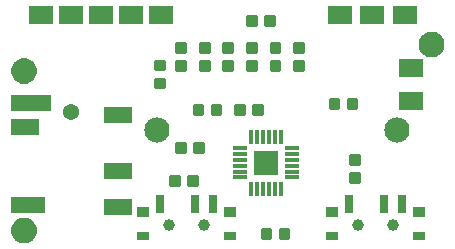
<source format=gts>
G75*
%MOIN*%
%OFA0B0*%
%FSLAX24Y24*%
%IPPOS*%
%LPD*%
%AMOC8*
5,1,8,0,0,1.08239X$1,22.5*
%
%ADD10C,0.0098*%
%ADD11R,0.0158X0.0512*%
%ADD12R,0.0512X0.0158*%
%ADD13R,0.0512X0.0160*%
%ADD14R,0.0840X0.0840*%
%ADD15R,0.0827X0.0631*%
%ADD16R,0.0316X0.0631*%
%ADD17R,0.0434X0.0276*%
%ADD18R,0.0434X0.0355*%
%ADD19C,0.0394*%
%ADD20C,0.0840*%
%ADD21R,0.1340X0.0540*%
%ADD22R,0.0940X0.0540*%
%ADD23R,0.1140X0.0540*%
%ADD24C,0.0540*%
%ADD25C,0.0050*%
D10*
X005733Y002686D02*
X006025Y002686D01*
X005733Y002686D02*
X005733Y002978D01*
X006025Y002978D01*
X006025Y002686D01*
X006025Y002783D02*
X005733Y002783D01*
X005733Y002880D02*
X006025Y002880D01*
X006025Y002977D02*
X005733Y002977D01*
X006333Y002686D02*
X006625Y002686D01*
X006333Y002686D02*
X006333Y002978D01*
X006625Y002978D01*
X006625Y002686D01*
X006625Y002783D02*
X006333Y002783D01*
X006333Y002880D02*
X006625Y002880D01*
X006625Y002977D02*
X006333Y002977D01*
X006222Y003769D02*
X005930Y003769D01*
X005930Y004061D01*
X006222Y004061D01*
X006222Y003769D01*
X006222Y003866D02*
X005930Y003866D01*
X005930Y003963D02*
X006222Y003963D01*
X006222Y004060D02*
X005930Y004060D01*
X006530Y003769D02*
X006822Y003769D01*
X006530Y003769D02*
X006530Y004061D01*
X006822Y004061D01*
X006822Y003769D01*
X006822Y003866D02*
X006530Y003866D01*
X006530Y003963D02*
X006822Y003963D01*
X006822Y004060D02*
X006530Y004060D01*
X006520Y005341D02*
X006812Y005341D01*
X006812Y005049D01*
X006520Y005049D01*
X006520Y005341D01*
X006520Y005146D02*
X006812Y005146D01*
X006812Y005243D02*
X006520Y005243D01*
X006520Y005340D02*
X006812Y005340D01*
X007120Y005341D02*
X007412Y005341D01*
X007412Y005049D01*
X007120Y005049D01*
X007120Y005341D01*
X007120Y005146D02*
X007412Y005146D01*
X007412Y005243D02*
X007120Y005243D01*
X007120Y005340D02*
X007412Y005340D01*
X007898Y005341D02*
X008190Y005341D01*
X008190Y005049D01*
X007898Y005049D01*
X007898Y005341D01*
X007898Y005146D02*
X008190Y005146D01*
X008190Y005243D02*
X007898Y005243D01*
X007898Y005340D02*
X008190Y005340D01*
X008498Y005341D02*
X008790Y005341D01*
X008790Y005049D01*
X008498Y005049D01*
X008498Y005341D01*
X008498Y005146D02*
X008790Y005146D01*
X008790Y005243D02*
X008498Y005243D01*
X008498Y005340D02*
X008790Y005340D01*
X008589Y006520D02*
X008589Y006812D01*
X008589Y006520D02*
X008297Y006520D01*
X008297Y006812D01*
X008589Y006812D01*
X008589Y006617D02*
X008297Y006617D01*
X008297Y006714D02*
X008589Y006714D01*
X008589Y006811D02*
X008297Y006811D01*
X008589Y007120D02*
X008589Y007412D01*
X008589Y007120D02*
X008297Y007120D01*
X008297Y007412D01*
X008589Y007412D01*
X008589Y007217D02*
X008297Y007217D01*
X008297Y007314D02*
X008589Y007314D01*
X008589Y007411D02*
X008297Y007411D01*
X007509Y007412D02*
X007509Y007120D01*
X007509Y007412D02*
X007801Y007412D01*
X007801Y007120D01*
X007509Y007120D01*
X007509Y007217D02*
X007801Y007217D01*
X007801Y007314D02*
X007509Y007314D01*
X007509Y007411D02*
X007801Y007411D01*
X007509Y006812D02*
X007509Y006520D01*
X007509Y006812D02*
X007801Y006812D01*
X007801Y006520D01*
X007509Y006520D01*
X007509Y006617D02*
X007801Y006617D01*
X007801Y006714D02*
X007509Y006714D01*
X007509Y006811D02*
X007801Y006811D01*
X006722Y006812D02*
X006722Y006520D01*
X006722Y006812D02*
X007014Y006812D01*
X007014Y006520D01*
X006722Y006520D01*
X006722Y006617D02*
X007014Y006617D01*
X007014Y006714D02*
X006722Y006714D01*
X006722Y006811D02*
X007014Y006811D01*
X006722Y007120D02*
X006722Y007412D01*
X007014Y007412D01*
X007014Y007120D01*
X006722Y007120D01*
X006722Y007217D02*
X007014Y007217D01*
X007014Y007314D02*
X006722Y007314D01*
X006722Y007411D02*
X007014Y007411D01*
X005935Y007412D02*
X005935Y007120D01*
X005935Y007412D02*
X006227Y007412D01*
X006227Y007120D01*
X005935Y007120D01*
X005935Y007217D02*
X006227Y007217D01*
X006227Y007314D02*
X005935Y007314D01*
X005935Y007411D02*
X006227Y007411D01*
X005935Y006812D02*
X005935Y006520D01*
X005935Y006812D02*
X006227Y006812D01*
X006227Y006520D01*
X005935Y006520D01*
X005935Y006617D02*
X006227Y006617D01*
X006227Y006714D02*
X005935Y006714D01*
X005935Y006811D02*
X006227Y006811D01*
X005538Y006822D02*
X005538Y006530D01*
X005246Y006530D01*
X005246Y006822D01*
X005538Y006822D01*
X005538Y006627D02*
X005246Y006627D01*
X005246Y006724D02*
X005538Y006724D01*
X005538Y006821D02*
X005246Y006821D01*
X005538Y006222D02*
X005538Y005930D01*
X005246Y005930D01*
X005246Y006222D01*
X005538Y006222D01*
X005538Y006027D02*
X005246Y006027D01*
X005246Y006124D02*
X005538Y006124D01*
X005538Y006221D02*
X005246Y006221D01*
X008292Y008293D02*
X008584Y008293D01*
X008584Y008001D01*
X008292Y008001D01*
X008292Y008293D01*
X008292Y008098D02*
X008584Y008098D01*
X008584Y008195D02*
X008292Y008195D01*
X008292Y008292D02*
X008584Y008292D01*
X008892Y008293D02*
X009184Y008293D01*
X009184Y008001D01*
X008892Y008001D01*
X008892Y008293D01*
X008892Y008098D02*
X009184Y008098D01*
X009184Y008195D02*
X008892Y008195D01*
X008892Y008292D02*
X009184Y008292D01*
X009376Y007412D02*
X009376Y007120D01*
X009084Y007120D01*
X009084Y007412D01*
X009376Y007412D01*
X009376Y007217D02*
X009084Y007217D01*
X009084Y007314D02*
X009376Y007314D01*
X009376Y007411D02*
X009084Y007411D01*
X010164Y007412D02*
X010164Y007120D01*
X009872Y007120D01*
X009872Y007412D01*
X010164Y007412D01*
X010164Y007217D02*
X009872Y007217D01*
X009872Y007314D02*
X010164Y007314D01*
X010164Y007411D02*
X009872Y007411D01*
X010164Y006812D02*
X010164Y006520D01*
X009872Y006520D01*
X009872Y006812D01*
X010164Y006812D01*
X010164Y006617D02*
X009872Y006617D01*
X009872Y006714D02*
X010164Y006714D01*
X010164Y006811D02*
X009872Y006811D01*
X009376Y006812D02*
X009376Y006520D01*
X009084Y006520D01*
X009084Y006812D01*
X009376Y006812D01*
X009376Y006617D02*
X009084Y006617D01*
X009084Y006714D02*
X009376Y006714D01*
X009376Y006811D02*
X009084Y006811D01*
X011048Y005538D02*
X011340Y005538D01*
X011340Y005246D01*
X011048Y005246D01*
X011048Y005538D01*
X011048Y005343D02*
X011340Y005343D01*
X011340Y005440D02*
X011048Y005440D01*
X011048Y005537D02*
X011340Y005537D01*
X011648Y005538D02*
X011940Y005538D01*
X011940Y005246D01*
X011648Y005246D01*
X011648Y005538D01*
X011648Y005343D02*
X011940Y005343D01*
X011940Y005440D02*
X011648Y005440D01*
X011648Y005537D02*
X011940Y005537D01*
X011742Y003672D02*
X011742Y003380D01*
X011742Y003672D02*
X012034Y003672D01*
X012034Y003380D01*
X011742Y003380D01*
X011742Y003477D02*
X012034Y003477D01*
X012034Y003574D02*
X011742Y003574D01*
X011742Y003671D02*
X012034Y003671D01*
X011742Y003072D02*
X011742Y002780D01*
X011742Y003072D02*
X012034Y003072D01*
X012034Y002780D01*
X011742Y002780D01*
X011742Y002877D02*
X012034Y002877D01*
X012034Y002974D02*
X011742Y002974D01*
X011742Y003071D02*
X012034Y003071D01*
X009676Y001207D02*
X009384Y001207D01*
X009676Y001207D02*
X009676Y000915D01*
X009384Y000915D01*
X009384Y001207D01*
X009384Y001012D02*
X009676Y001012D01*
X009676Y001109D02*
X009384Y001109D01*
X009384Y001206D02*
X009676Y001206D01*
X009076Y001207D02*
X008784Y001207D01*
X009076Y001207D02*
X009076Y000915D01*
X008784Y000915D01*
X008784Y001207D01*
X008784Y001012D02*
X009076Y001012D01*
X009076Y001109D02*
X008784Y001109D01*
X008784Y001206D02*
X009076Y001206D01*
D11*
X009035Y002557D03*
X009235Y002557D03*
X009425Y002557D03*
X008835Y002557D03*
X008635Y002557D03*
X008445Y002557D03*
X008445Y004289D03*
X008635Y004289D03*
X008835Y004289D03*
X009035Y004289D03*
X009235Y004289D03*
X009425Y004289D03*
D12*
X009801Y003913D03*
X009801Y003723D03*
X009801Y003523D03*
X009801Y003323D03*
X009801Y003123D03*
X009801Y002933D03*
X008069Y003323D03*
X008069Y003523D03*
X008069Y003723D03*
X008069Y003913D03*
D13*
X008069Y003123D03*
X008069Y002933D03*
D14*
X008935Y003423D03*
D15*
X013758Y005490D03*
X013758Y006573D03*
X013561Y008344D03*
X012478Y008344D03*
X011395Y008344D03*
X005425Y008350D03*
X004425Y008350D03*
X003425Y008350D03*
X002425Y008350D03*
X001425Y008350D03*
D16*
X005392Y002045D03*
X006573Y002045D03*
X007163Y002045D03*
X011691Y002045D03*
X012872Y002045D03*
X013462Y002045D03*
D17*
X014014Y000962D03*
X011140Y000962D03*
X007714Y000962D03*
X004840Y000962D03*
D18*
X004840Y001789D03*
X007714Y001789D03*
X011140Y001789D03*
X014014Y001789D03*
D19*
X013167Y001356D03*
X011986Y001356D03*
X006868Y001356D03*
X005687Y001356D03*
D20*
X005293Y004506D03*
X013293Y004506D03*
D21*
X001095Y005399D03*
D22*
X000895Y004599D03*
X003995Y004999D03*
X003995Y003149D03*
X003995Y001949D03*
D23*
X000995Y001999D03*
D24*
X002445Y005099D03*
D25*
X000611Y000858D02*
X000667Y000818D01*
X000729Y000789D01*
X000796Y000772D01*
X000864Y000766D01*
X000932Y000772D01*
X000999Y000789D01*
X001061Y000818D01*
X001117Y000858D01*
X001166Y000906D01*
X001205Y000962D01*
X001234Y001025D01*
X001252Y001091D01*
X001258Y001159D01*
X001252Y001228D01*
X001234Y001294D01*
X001205Y001356D01*
X001166Y001412D01*
X001117Y001461D01*
X001061Y001500D01*
X000999Y001529D01*
X000932Y001547D01*
X000864Y001553D01*
X000796Y001547D01*
X000729Y001529D01*
X000667Y001500D01*
X000611Y001461D01*
X000562Y001412D01*
X000523Y001356D01*
X000494Y001294D01*
X000476Y001228D01*
X000470Y001159D01*
X000476Y001091D01*
X000494Y001025D01*
X000523Y000962D01*
X000562Y000906D01*
X000611Y000858D01*
X000616Y000854D02*
X001112Y000854D01*
X001162Y000903D02*
X000566Y000903D01*
X000531Y000951D02*
X001197Y000951D01*
X001222Y001000D02*
X000506Y001000D01*
X000488Y001048D02*
X001240Y001048D01*
X001252Y001097D02*
X000476Y001097D01*
X000472Y001145D02*
X001256Y001145D01*
X001255Y001194D02*
X000473Y001194D01*
X000480Y001242D02*
X001248Y001242D01*
X001235Y001291D02*
X000493Y001291D01*
X000515Y001339D02*
X001213Y001339D01*
X001183Y001388D02*
X000545Y001388D01*
X000586Y001436D02*
X001142Y001436D01*
X001083Y001485D02*
X000645Y001485D01*
X000743Y001533D02*
X000984Y001533D01*
X001033Y000806D02*
X000695Y000806D01*
X000864Y006081D02*
X000932Y006086D01*
X000999Y006104D01*
X001061Y006133D01*
X001117Y006173D01*
X001166Y006221D01*
X001205Y006277D01*
X001234Y006340D01*
X001252Y006406D01*
X001258Y006474D01*
X001252Y006543D01*
X001234Y006609D01*
X001205Y006671D01*
X001166Y006727D01*
X001117Y006776D01*
X001061Y006815D01*
X000999Y006844D01*
X000932Y006862D01*
X000864Y006868D01*
X000796Y006862D01*
X000729Y006844D01*
X000667Y006815D01*
X000611Y006776D01*
X000562Y006727D01*
X000523Y006671D01*
X000494Y006609D01*
X000476Y006543D01*
X000470Y006474D01*
X000476Y006406D01*
X000494Y006340D01*
X000523Y006277D01*
X000562Y006221D01*
X000611Y006173D01*
X000667Y006133D01*
X000729Y006104D01*
X000796Y006086D01*
X000864Y006081D01*
X000775Y006092D02*
X000953Y006092D01*
X001071Y006141D02*
X000657Y006141D01*
X000595Y006189D02*
X001133Y006189D01*
X001177Y006238D02*
X000551Y006238D01*
X000519Y006286D02*
X001209Y006286D01*
X001232Y006335D02*
X000496Y006335D01*
X000482Y006383D02*
X001246Y006383D01*
X001254Y006432D02*
X000474Y006432D01*
X000471Y006480D02*
X001257Y006480D01*
X001253Y006529D02*
X000475Y006529D01*
X000485Y006577D02*
X001242Y006577D01*
X001226Y006626D02*
X000502Y006626D01*
X000525Y006674D02*
X001203Y006674D01*
X001169Y006723D02*
X000559Y006723D01*
X000606Y006771D02*
X001122Y006771D01*
X001051Y006820D02*
X000676Y006820D01*
X014053Y007360D02*
X014059Y007428D01*
X014077Y007495D01*
X014106Y007557D01*
X014145Y007613D01*
X014194Y007662D01*
X014250Y007701D01*
X014312Y007730D01*
X014378Y007748D01*
X014447Y007754D01*
X014515Y007748D01*
X014581Y007730D01*
X014644Y007701D01*
X014700Y007662D01*
X014748Y007613D01*
X014788Y007557D01*
X014817Y007495D01*
X014834Y007428D01*
X014840Y007360D01*
X014834Y007292D01*
X014817Y007225D01*
X014788Y007163D01*
X014748Y007107D01*
X014700Y007058D01*
X014644Y007019D01*
X014581Y006990D01*
X014515Y006972D01*
X014447Y006966D01*
X014378Y006972D01*
X014312Y006990D01*
X014250Y007019D01*
X014194Y007058D01*
X014145Y007107D01*
X014106Y007163D01*
X014077Y007225D01*
X014059Y007292D01*
X014053Y007360D01*
X014054Y007353D02*
X014840Y007353D01*
X014837Y007402D02*
X014057Y007402D01*
X014065Y007450D02*
X014829Y007450D01*
X014815Y007499D02*
X014078Y007499D01*
X014101Y007547D02*
X014792Y007547D01*
X014761Y007596D02*
X014133Y007596D01*
X014176Y007644D02*
X014717Y007644D01*
X014656Y007693D02*
X014238Y007693D01*
X014353Y007741D02*
X014540Y007741D01*
X014835Y007305D02*
X014058Y007305D01*
X014068Y007256D02*
X014825Y007256D01*
X014808Y007208D02*
X014085Y007208D01*
X014109Y007159D02*
X014785Y007159D01*
X014751Y007111D02*
X014143Y007111D01*
X014190Y007062D02*
X014703Y007062D01*
X014632Y007014D02*
X014262Y007014D01*
M02*

</source>
